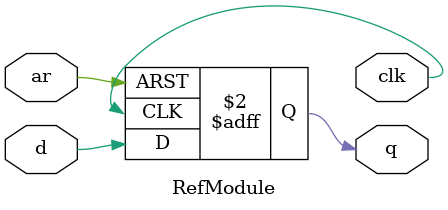
<source format=sv>

module RefModule (
  output clk,
  input d,
  input ar,
  output logic q
);

  always@(posedge clk or posedge ar) begin
    if (ar)
      q <= 0;
    else
      q <= d;
  end

endmodule


</source>
